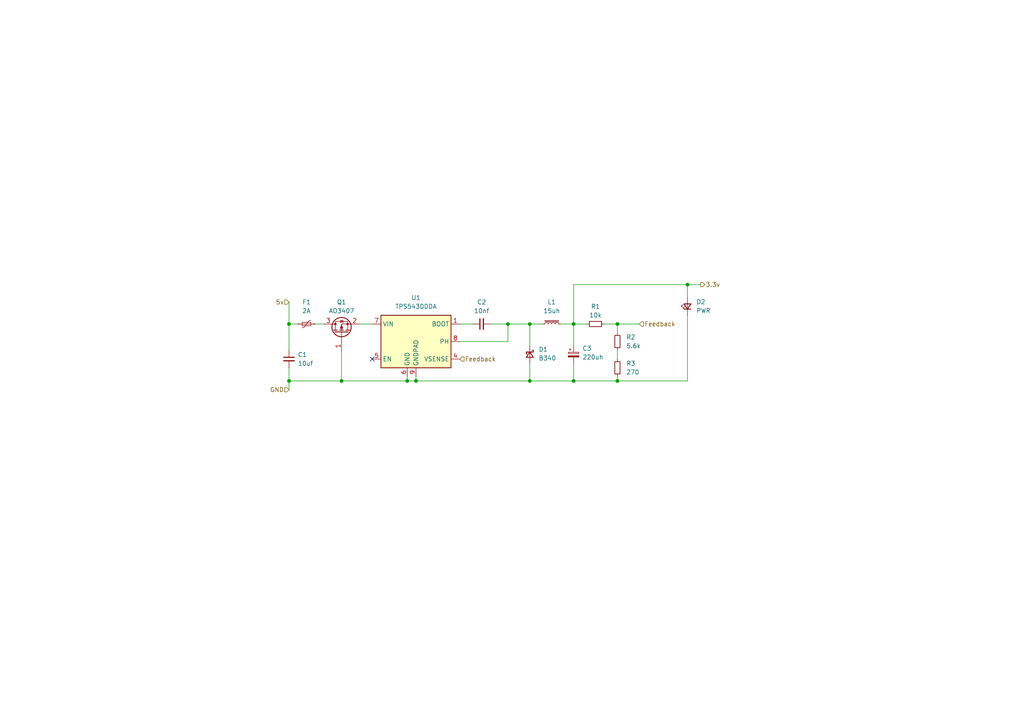
<source format=kicad_sch>
(kicad_sch (version 20231120) (generator "eeschema") (generator_version "8.0")
  (paper "A4")
  (lib_symbols
    (symbol "Device:C_Polarized_Small" (pin_numbers hide) (pin_names (offset 0.254) hide)
      (property "Reference" "C" (at 0.254 1.778 0))
      (property "Value" "C_Polarized_Small" (at 0.254 -2.032 0))
      (symbol "C_Polarized_Small_0_1"
        (rectangle (start -1.524 -0.3048) (end 1.524 -0.6858) (fill (type outline)))
        (rectangle (start -1.524 0.6858) (end 1.524 0.3048))
        (polyline (pts (xy -1.27 1.524) (xy -0.762 1.524)))
        (polyline (pts (xy -1.016 1.27) (xy -1.016 1.778)))
      )
      (symbol "C_Polarized_Small_1_1"
        (pin passive line (at 0 2.54 270) (length 1.8542) (name "~") (number "1"))
        (pin passive line (at 0 -2.54 90) (length 1.8542) (name "~") (number "2"))
      )
    )
    (symbol "Device:C_Small" (pin_numbers hide) (pin_names (offset 0.254) hide)
      (property "Reference" "C" (at 0.254 1.778 0))
      (property "Value" "C_Small" (at 0.254 -2.032 0))
      (symbol "C_Small_0_1"
        (polyline (pts (xy -1.524 -0.508) (xy 1.524 -0.508)) (stroke (width 0.3302)))
        (polyline (pts (xy -1.524 0.508) (xy 1.524 0.508)) (stroke (width 0.3048)))
      )
      (symbol "C_Small_1_1"
        (pin passive line (at 0 2.54 270) (length 2.032) (name "~") (number "1"))
        (pin passive line (at 0 -2.54 90) (length 2.032) (name "~") (number "2"))
      )
    )
    (symbol "Device:D_Schottky_Small" (pin_numbers hide) (pin_names (offset 0.254) hide)
      (property "Reference" "D" (at -1.27 2.032 0))
      (property "Value" "D_Schottky_Small" (at -7.112 -2.032 0))
      (symbol "D_Schottky_Small_0_1"
        (polyline (pts (xy -0.762 0) (xy 0.762 0)))
        (polyline (pts (xy 0.762 -1.016) (xy -0.762 0) (xy 0.762 1.016) (xy 0.762 -1.016)) (stroke (width 0.254)))
        (polyline (pts (xy -1.27 0.762) (xy -1.27 1.016) (xy -0.762 1.016) (xy -0.762 -1.016) (xy -0.254 -1.016) (xy -0.254 -0.762)) (stroke (width 0.254)))
      )
      (symbol "D_Schottky_Small_1_1"
        (pin passive line (at -2.54 0 0) (length 1.778) (name "K") (number "1"))
        (pin passive line (at 2.54 0 180) (length 1.778) (name "A") (number "2"))
      )
    )
    (symbol "Device:LED_Small" (pin_numbers hide) (pin_names (offset 0.254) hide)
      (property "Reference" "D" (at -1.27 3.175 0))
      (property "Value" "LED_Small" (at -4.445 -2.54 0))
      (symbol "LED_Small_0_1"
        (polyline (pts (xy -0.762 -1.016) (xy -0.762 1.016)) (stroke (width 0.254)))
        (polyline (pts (xy 1.016 0) (xy -0.762 0)))
        (polyline (pts (xy 0.762 -1.016) (xy -0.762 0) (xy 0.762 1.016) (xy 0.762 -1.016)) (stroke (width 0.254)))
        (polyline (pts (xy 0 0.762) (xy -0.508 1.27) (xy -0.254 1.27) (xy -0.508 1.27) (xy -0.508 1.016)))
        (polyline (pts (xy 0.508 1.27) (xy 0 1.778) (xy 0.254 1.778) (xy 0 1.778) (xy 0 1.524)))
      )
      (symbol "LED_Small_1_1"
        (pin passive line (at -2.54 0 0) (length 1.778) (name "K") (number "1"))
        (pin passive line (at 2.54 0 180) (length 1.778) (name "A") (number "2"))
      )
    )
    (symbol "Device:L_Iron_Small" (pin_numbers hide) (pin_names (offset 0.254) hide)
      (property "Reference" "L" (at 1.27 1.016 0))
      (property "Value" "L_Iron_Small" (at 1.27 -1.27 0))
      (symbol "L_Iron_Small_0_1"
        (arc (start 0 -2.032) (mid 0.5058 -1.524) (end 0 -1.016))
        (arc (start 0 -1.016) (mid 0.5058 -0.508) (end 0 0))
        (polyline (pts (xy 0.762 2.032) (xy 0.762 -2.032)))
        (polyline (pts (xy 1.016 -2.032) (xy 1.016 2.032)))
        (arc (start 0 0) (mid 0.5058 0.508) (end 0 1.016))
        (arc (start 0 1.016) (mid 0.5058 1.524) (end 0 2.032))
      )
      (symbol "L_Iron_Small_1_1"
        (pin passive line (at 0 2.54 270) (length 0.508) (name "~") (number "1"))
        (pin passive line (at 0 -2.54 90) (length 0.508) (name "~") (number "2"))
      )
    )
    (symbol "Device:Polyfuse_Small" (pin_numbers hide) (pin_names (offset 0))
      (property "Reference" "F" (at -1.905 0 90))
      (property "Value" "Polyfuse_Small" (at 1.905 0 90))
      (symbol "Polyfuse_Small_0_1"
        (rectangle (start -0.508 1.27) (end 0.508 -1.27))
        (polyline (pts (xy 0 2.54) (xy 0 -2.54)))
        (polyline (pts (xy -1.016 1.27) (xy -1.016 0.762) (xy 1.016 -0.762) (xy 1.016 -1.27)))
      )
      (symbol "Polyfuse_Small_1_1"
        (pin passive line (at 0 2.54 270) (length 0.635) (name "~") (number "1"))
        (pin passive line (at 0 -2.54 90) (length 0.635) (name "~") (number "2"))
      )
    )
    (symbol "Device:R_Small" (pin_numbers hide) (pin_names (offset 0.254) hide)
      (property "Reference" "R" (at 0.762 0.508 0))
      (property "Value" "R_Small" (at 0.762 -1.016 0))
      (symbol "R_Small_0_1"
        (rectangle (start -0.762 1.778) (end 0.762 -1.778) (stroke (width 0.2032)))
      )
      (symbol "R_Small_1_1"
        (pin passive line (at 0 2.54 270) (length 0.762) (name "~") (number "1"))
        (pin passive line (at 0 -2.54 90) (length 0.762) (name "~") (number "2"))
      )
    )
    (symbol "Regulator_Switching:TPS5430DDA"
      (property "Reference" "U" (at -10.16 8.89 0))
      (property "Value" "TPS5430DDA" (at -1.27 8.89 0))
      (symbol "TPS5430DDA_0_1"
        (rectangle (start -10.16 7.62) (end 10.16 -7.62) (stroke (width 0.254)) (fill (type background)))
      )
      (symbol "TPS5430DDA_1_1"
        (pin input line (at 12.7 5.08 180) (length 2.54) (name "BOOT") (number "1"))
        (pin no_connect line (at -10.16 2.54 0) (length 2.54) hide (name "NC") (number "2"))
        (pin no_connect line (at -10.16 -2.54 0) (length 2.54) hide (name "NC") (number "3"))
        (pin input line (at 12.7 -5.08 180) (length 2.54) (name "VSENSE") (number "4"))
        (pin input line (at -12.7 -5.08 0) (length 2.54) (name "EN") (number "5"))
        (pin power_in line (at -2.54 -10.16 90) (length 2.54) (name "GND") (number "6"))
        (pin power_in line (at -12.7 5.08 0) (length 2.54) (name "VIN") (number "7"))
        (pin output line (at 12.7 0 180) (length 2.54) (name "PH") (number "8"))
        (pin power_in line (at 0 -10.16 90) (length 2.54) (name "GNDPAD") (number "9"))
      )
    )
    (symbol "Transistor_FET:AO3401A" (pin_names hide)
      (property "Reference" "Q" (at 5.08 1.905 0))
      (property "Value" "AO3401A" (at 5.08 0 0))
      (symbol "AO3401A_0_1"
        (polyline (pts (xy 0.254 0) (xy -2.54 0)))
        (polyline (pts (xy 0.254 1.905) (xy 0.254 -1.905)) (stroke (width 0.254)))
        (polyline (pts (xy 0.762 -1.27) (xy 0.762 -2.286)) (stroke (width 0.254)))
        (polyline (pts (xy 0.762 0.508) (xy 0.762 -0.508)) (stroke (width 0.254)))
        (polyline (pts (xy 0.762 2.286) (xy 0.762 1.27)) (stroke (width 0.254)))
        (polyline (pts (xy 2.54 2.54) (xy 2.54 1.778)))
        (polyline (pts (xy 2.54 -2.54) (xy 2.54 0) (xy 0.762 0)))
        (polyline (pts (xy 0.762 1.778) (xy 3.302 1.778) (xy 3.302 -1.778) (xy 0.762 -1.778)))
        (polyline (pts (xy 2.286 0) (xy 1.27 0.381) (xy 1.27 -0.381) (xy 2.286 0)) (fill (type outline)))
        (polyline (pts (xy 2.794 -0.508) (xy 2.921 -0.381) (xy 3.683 -0.381) (xy 3.81 -0.254)))
        (polyline (pts (xy 3.302 -0.381) (xy 2.921 0.254) (xy 3.683 0.254) (xy 3.302 -0.381)))
        (circle (center 1.651 0) (radius 2.794) (stroke (width 0.254)))
        (circle (center 2.54 -1.778) (radius 0.254) (fill (type outline)))
        (circle (center 2.54 1.778) (radius 0.254) (fill (type outline)))
      )
      (symbol "AO3401A_1_1"
        (pin input line (at -5.08 0 0) (length 2.54) (name "G") (number "1"))
        (pin passive line (at 2.54 -5.08 90) (length 2.54) (name "S") (number "2"))
        (pin passive line (at 2.54 5.08 270) (length 2.54) (name "D") (number "3"))
      )
    )
  )
  (junction (at 83.82 110.49))
  (junction (at 199.39 82.55))
  (junction (at 118.11 110.49))
  (junction (at 83.82 93.98))
  (junction (at 99.06 110.49))
  (junction (at 166.37 93.98))
  (junction (at 120.65 110.49))
  (junction (at 179.07 110.49))
  (junction (at 153.67 93.98))
  (junction (at 153.67 110.49))
  (junction (at 166.37 110.49))
  (junction (at 147.32 93.98))
  (junction (at 179.07 93.98))
  (no_connect (at 107.95 104.14))
  (wire (pts (xy 133.35 93.98) (xy 137.16 93.98)))
  (wire (pts (xy 104.14 93.98) (xy 107.95 93.98)))
  (wire (pts (xy 83.82 106.68) (xy 83.82 110.49)))
  (wire (pts (xy 179.07 93.98) (xy 185.42 93.98)))
  (wire (pts (xy 199.39 91.44) (xy 199.39 110.49)))
  (wire (pts (xy 179.07 109.22) (xy 179.07 110.49)))
  (wire (pts (xy 166.37 110.49) (xy 153.67 110.49)))
  (wire (pts (xy 199.39 110.49) (xy 179.07 110.49)))
  (wire (pts (xy 147.32 93.98) (xy 142.24 93.98)))
  (wire (pts (xy 179.07 110.49) (xy 166.37 110.49)))
  (wire (pts (xy 166.37 93.98) (xy 166.37 82.55)))
  (wire (pts (xy 153.67 93.98) (xy 153.67 100.33)))
  (wire (pts (xy 91.44 93.98) (xy 93.98 93.98)))
  (wire (pts (xy 162.56 93.98) (xy 166.37 93.98)))
  (wire (pts (xy 99.06 110.49) (xy 83.82 110.49)))
  (wire (pts (xy 120.65 109.22) (xy 120.65 110.49)))
  (wire (pts (xy 83.82 93.98) (xy 86.36 93.98)))
  (wire (pts (xy 179.07 93.98) (xy 179.07 96.52)))
  (wire (pts (xy 166.37 93.98) (xy 166.37 100.33)))
  (wire (pts (xy 175.26 93.98) (xy 179.07 93.98)))
  (wire (pts (xy 133.35 99.06) (xy 147.32 99.06)))
  (wire (pts (xy 83.82 87.63) (xy 83.82 93.98)))
  (wire (pts (xy 199.39 82.55) (xy 203.2 82.55)))
  (wire (pts (xy 179.07 101.6) (xy 179.07 104.14)))
  (wire (pts (xy 153.67 93.98) (xy 157.48 93.98)))
  (wire (pts (xy 153.67 105.41) (xy 153.67 110.49)))
  (wire (pts (xy 147.32 93.98) (xy 153.67 93.98)))
  (wire (pts (xy 166.37 93.98) (xy 170.18 93.98)))
  (wire (pts (xy 118.11 110.49) (xy 99.06 110.49)))
  (wire (pts (xy 166.37 82.55) (xy 199.39 82.55)))
  (wire (pts (xy 147.32 99.06) (xy 147.32 93.98)))
  (wire (pts (xy 99.06 101.6) (xy 99.06 110.49)))
  (wire (pts (xy 199.39 82.55) (xy 199.39 86.36)))
  (wire (pts (xy 118.11 109.22) (xy 118.11 110.49)))
  (wire (pts (xy 166.37 105.41) (xy 166.37 110.49)))
  (wire (pts (xy 118.11 110.49) (xy 120.65 110.49)))
  (wire (pts (xy 83.82 110.49) (xy 83.82 113.03)))
  (wire (pts (xy 83.82 93.98) (xy 83.82 101.6)))
  (wire (pts (xy 153.67 110.49) (xy 120.65 110.49)))
  (hierarchical_label "Feedback" (shape input) (at 133.35 104.14 0))
  (hierarchical_label "GND" (shape input) (at 83.82 113.03 180))
  (hierarchical_label "5v" (shape input) (at 83.82 87.63 180))
  (hierarchical_label "3.3v" (shape output) (at 203.2 82.55 0))
  (hierarchical_label "Feedback" (shape input) (at 185.42 93.98 0))
  (symbol (lib_id "Device:L_Iron_Small") (at 160.02 93.98 90) (unit 1)
    (property "Reference" "L1" (at 160.02 87.63 90))
    (property "Value" "15uh" (at 160.02 90.17 90))
    (property "Description" "Inductor with iron core, small symbol" (effects (hide yes)))
  )
  (symbol (lib_id "Device:R_Small") (at 179.07 99.06 180) (unit 1)
    (property "Reference" "R2" (at 181.61 97.7899 0) (effects (justify right)))
    (property "Value" "5.6k" (at 181.61 100.3299 0) (effects (justify right)))
    (property "Description" "Resistor, small symbol" (effects (hide yes)))
  )
  (symbol (lib_id "Device:Polyfuse_Small") (at 88.9 93.98 90) (unit 1)
    (property "Reference" "F1" (at 88.9 87.63 90))
    (property "Value" "2A" (at 88.9 90.17 90))
    (property "Description" "Resettable fuse, polymeric positive temperature coefficient, small symbol" (effects (hide yes)))
  )
  (symbol (lib_id "Device:R_Small") (at 172.72 93.98 90) (unit 1)
    (property "Reference" "R1" (at 172.72 88.9 90))
    (property "Value" "10k" (at 172.72 91.44 90))
    (property "Description" "Resistor, small symbol" (effects (hide yes)))
  )
  (symbol (lib_id "Device:R_Small") (at 179.07 106.68 0) (unit 1)
    (property "Reference" "R3" (at 181.61 105.4099 0) (effects (justify left)))
    (property "Value" "270" (at 181.61 107.9499 0) (effects (justify left)))
    (property "Description" "Resistor, small symbol" (effects (hide yes)))
  )
  (symbol (lib_id "Transistor_FET:AO3401A") (at 99.06 96.52 90) (unit 1)
    (property "Reference" "Q1" (at 99.06 87.63 90))
    (property "Value" "AO3407" (at 99.06 90.17 90))
    (property "Footprint" "Package_TO_SOT_SMD:SOT-23" (effects (hide yes)))
    (property "Datasheet" "http://www.aosmd.com/pdfs/datasheet/AO3401A.pdf" (effects (hide yes)))
    (property "Description" "-4.0A Id, -30V Vds, P-Channel MOSFET, SOT-23" (effects (hide yes)))
  )
  (symbol (lib_id "Device:C_Small") (at 139.7 93.98 90) (unit 1)
    (property "Reference" "C2" (at 139.7063 87.63 90))
    (property "Value" "10nf" (at 139.7063 90.17 90))
    (property "Description" "Unpolarized capacitor, small symbol" (effects (hide yes)))
  )
  (symbol (lib_id "Regulator_Switching:TPS5430DDA") (at 120.65 99.06 0) (unit 1)
    (property "Reference" "U1" (at 120.65 86.36 0))
    (property "Value" "TPS5430DDA" (at 120.65 88.9 0))
    (property "Footprint" "Package_SO:TI_SO-PowerPAD-8_ThermalVias" (effects (hide yes)))
    (property "Datasheet" "http://www.ti.com/lit/ds/symlink/tps5430.pdf" (effects (hide yes)))
    (property "Description" "3A, Step Down Swift Converter, Adjustable Output Voltage, 5.5-36V Input Voltage, PowerSO-8" (effects (hide yes)))
  )
  (symbol (lib_id "Device:D_Schottky_Small") (at 153.67 102.87 270) (unit 1)
    (property "Reference" "D1" (at 156.21 101.3459 90) (effects (justify left)))
    (property "Value" "B340" (at 156.21 103.8859 90) (effects (justify left)))
    (property "Description" "Schottky diode, small symbol" (effects (hide yes)))
  )
  (symbol (lib_id "Device:C_Small") (at 83.82 104.14 0) (unit 1)
    (property "Reference" "C1" (at 86.36 102.8762 0) (effects (justify left)))
    (property "Value" "10uf" (at 86.36 105.4162 0) (effects (justify left)))
    (property "Description" "Unpolarized capacitor, small symbol" (effects (hide yes)))
  )
  (symbol (lib_id "Device:LED_Small") (at 199.39 88.9 90) (unit 1)
    (property "Reference" "D2" (at 201.93 87.5664 90) (effects (justify right)))
    (property "Value" "PWR" (at 201.93 90.1064 90) (effects (justify right)))
    (property "Description" "Light emitting diode, small symbol" (effects (hide yes)))
  )
  (symbol (lib_id "Device:C_Polarized_Small") (at 166.37 102.87 0) (unit 1)
    (property "Reference" "C3" (at 168.91 101.0538 0) (effects (justify left)))
    (property "Value" "220uh" (at 168.91 103.5938 0) (effects (justify left)))
    (property "Description" "Polarized capacitor, small symbol" (effects (hide yes)))
  )
)
</source>
